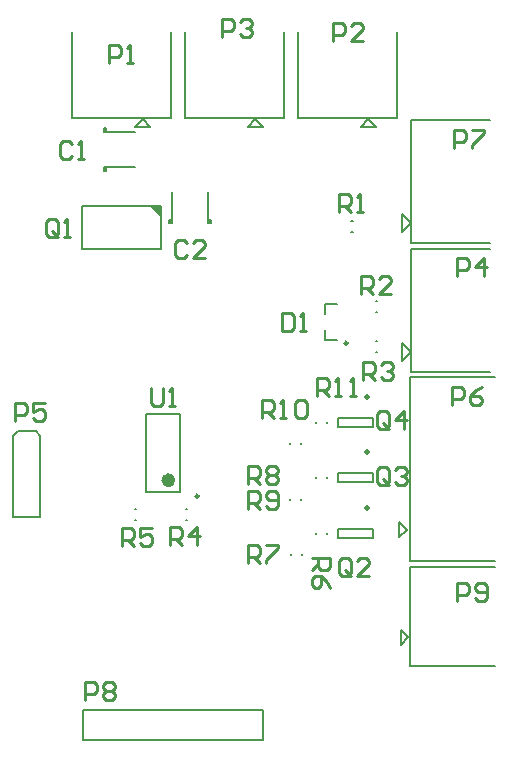
<source format=gto>
%FSLAX24Y24*%
%MOIN*%
G70*
G01*
G75*
G04 Layer_Color=65535*
%ADD10R,0.0433X0.0433*%
G04:AMPARAMS|DCode=11|XSize=23.6mil|YSize=39.4mil|CornerRadius=3mil|HoleSize=0mil|Usage=FLASHONLY|Rotation=180.000|XOffset=0mil|YOffset=0mil|HoleType=Round|Shape=RoundedRectangle|*
%AMROUNDEDRECTD11*
21,1,0.0236,0.0335,0,0,180.0*
21,1,0.0177,0.0394,0,0,180.0*
1,1,0.0059,-0.0089,0.0167*
1,1,0.0059,0.0089,0.0167*
1,1,0.0059,0.0089,-0.0167*
1,1,0.0059,-0.0089,-0.0167*
%
%ADD11ROUNDEDRECTD11*%
%ADD12R,0.0433X0.0433*%
%ADD13R,0.0295X0.0236*%
%ADD14O,0.0827X0.0138*%
G04:AMPARAMS|DCode=15|XSize=90.6mil|YSize=70.9mil|CornerRadius=8.9mil|HoleSize=0mil|Usage=FLASHONLY|Rotation=90.000|XOffset=0mil|YOffset=0mil|HoleType=Round|Shape=RoundedRectangle|*
%AMROUNDEDRECTD15*
21,1,0.0906,0.0532,0,0,90.0*
21,1,0.0728,0.0709,0,0,90.0*
1,1,0.0177,0.0266,0.0364*
1,1,0.0177,0.0266,-0.0364*
1,1,0.0177,-0.0266,-0.0364*
1,1,0.0177,-0.0266,0.0364*
%
%ADD15ROUNDEDRECTD15*%
G04:AMPARAMS|DCode=16|XSize=90.6mil|YSize=70.9mil|CornerRadius=8.9mil|HoleSize=0mil|Usage=FLASHONLY|Rotation=180.000|XOffset=0mil|YOffset=0mil|HoleType=Round|Shape=RoundedRectangle|*
%AMROUNDEDRECTD16*
21,1,0.0906,0.0532,0,0,180.0*
21,1,0.0728,0.0709,0,0,180.0*
1,1,0.0177,-0.0364,0.0266*
1,1,0.0177,0.0364,0.0266*
1,1,0.0177,0.0364,-0.0266*
1,1,0.0177,-0.0364,-0.0266*
%
%ADD16ROUNDEDRECTD16*%
G04:AMPARAMS|DCode=17|XSize=137.8mil|YSize=68.9mil|CornerRadius=8.6mil|HoleSize=0mil|Usage=FLASHONLY|Rotation=180.000|XOffset=0mil|YOffset=0mil|HoleType=Round|Shape=RoundedRectangle|*
%AMROUNDEDRECTD17*
21,1,0.1378,0.0517,0,0,180.0*
21,1,0.1206,0.0689,0,0,180.0*
1,1,0.0172,-0.0603,0.0258*
1,1,0.0172,0.0603,0.0258*
1,1,0.0172,0.0603,-0.0258*
1,1,0.0172,-0.0603,-0.0258*
%
%ADD17ROUNDEDRECTD17*%
G04:AMPARAMS|DCode=18|XSize=43.3mil|YSize=68.9mil|CornerRadius=5.4mil|HoleSize=0mil|Usage=FLASHONLY|Rotation=180.000|XOffset=0mil|YOffset=0mil|HoleType=Round|Shape=RoundedRectangle|*
%AMROUNDEDRECTD18*
21,1,0.0433,0.0581,0,0,180.0*
21,1,0.0325,0.0689,0,0,180.0*
1,1,0.0108,-0.0162,0.0290*
1,1,0.0108,0.0162,0.0290*
1,1,0.0108,0.0162,-0.0290*
1,1,0.0108,-0.0162,-0.0290*
%
%ADD18ROUNDEDRECTD18*%
G04:AMPARAMS|DCode=19|XSize=43.3mil|YSize=68.9mil|CornerRadius=5.4mil|HoleSize=0mil|Usage=FLASHONLY|Rotation=180.000|XOffset=0mil|YOffset=0mil|HoleType=Round|Shape=RoundedRectangle|*
%AMROUNDEDRECTD19*
21,1,0.0433,0.0581,0,0,180.0*
21,1,0.0325,0.0689,0,0,180.0*
1,1,0.0108,-0.0162,0.0290*
1,1,0.0108,0.0162,0.0290*
1,1,0.0108,0.0162,-0.0290*
1,1,0.0108,-0.0162,-0.0290*
%
%ADD19ROUNDEDRECTD19*%
%ADD20C,0.0079*%
%ADD21C,0.0433*%
%ADD22C,0.0138*%
%ADD23C,0.1000*%
G04:AMPARAMS|DCode=24|XSize=100mil|YSize=100mil|CornerRadius=25mil|HoleSize=0mil|Usage=FLASHONLY|Rotation=90.000|XOffset=0mil|YOffset=0mil|HoleType=Round|Shape=RoundedRectangle|*
%AMROUNDEDRECTD24*
21,1,0.1000,0.0500,0,0,90.0*
21,1,0.0500,0.1000,0,0,90.0*
1,1,0.0500,0.0250,0.0250*
1,1,0.0500,0.0250,-0.0250*
1,1,0.0500,-0.0250,-0.0250*
1,1,0.0500,-0.0250,0.0250*
%
%ADD24ROUNDEDRECTD24*%
%ADD25C,0.2520*%
%ADD26R,0.0787X0.0591*%
%ADD27O,0.0787X0.0591*%
%ADD28R,0.0591X0.0591*%
%ADD29C,0.0591*%
G04:AMPARAMS|DCode=30|XSize=100mil|YSize=100mil|CornerRadius=25mil|HoleSize=0mil|Usage=FLASHONLY|Rotation=0.000|XOffset=0mil|YOffset=0mil|HoleType=Round|Shape=RoundedRectangle|*
%AMROUNDEDRECTD30*
21,1,0.1000,0.0500,0,0,0.0*
21,1,0.0500,0.1000,0,0,0.0*
1,1,0.0500,0.0250,-0.0250*
1,1,0.0500,-0.0250,-0.0250*
1,1,0.0500,-0.0250,0.0250*
1,1,0.0500,0.0250,0.0250*
%
%ADD30ROUNDEDRECTD30*%
%ADD31C,0.0276*%
%ADD32R,0.0571X0.0453*%
%ADD33R,0.0610X0.0532*%
%ADD34C,0.0098*%
%ADD35C,0.0236*%
%ADD36C,0.0050*%
%ADD37C,0.0059*%
%ADD38C,0.0100*%
%ADD39C,0.0197*%
G36*
X6319Y18366D02*
X5925Y18760D01*
X6319D01*
Y18366D01*
D02*
G37*
D20*
X11476Y9665D02*
Y9705D01*
X11831Y9665D02*
Y9705D01*
X10965Y8957D02*
Y8996D01*
X10610Y8957D02*
Y8996D01*
X11476Y11516D02*
Y11555D01*
X11831Y11516D02*
Y11555D01*
X10965Y10807D02*
Y10846D01*
X10610Y10807D02*
Y10846D01*
X11476Y7815D02*
Y7854D01*
X11831Y7815D02*
Y7854D01*
X11004Y7116D02*
Y7156D01*
X10650Y7116D02*
Y7156D01*
X13484Y15217D02*
X13524D01*
X13484Y15571D02*
X13524D01*
X13484Y14232D02*
X13524D01*
X13484Y13878D02*
X13524D01*
X11772Y15157D02*
Y15472D01*
X12165D01*
X11772Y14291D02*
Y14606D01*
Y14291D02*
X12165D01*
X12657Y17894D02*
X12697D01*
X12657Y18248D02*
X12697D01*
X5807Y11811D02*
X6949D01*
X5807Y9213D02*
X6949D01*
X5807D02*
Y11811D01*
X6949Y9213D02*
Y11811D01*
X5453Y8642D02*
X5492D01*
X5453Y8287D02*
X5492D01*
X7146Y8642D02*
X7185D01*
X7146Y8287D02*
X7185D01*
X2293Y10203D02*
Y11092D01*
X2138Y11248D02*
X2293Y11092D01*
X1553Y11248D02*
X2138D01*
X1388Y8366D02*
X2293D01*
X1388Y11083D02*
X1553Y11248D01*
X1388Y8366D02*
Y11083D01*
X2293Y8366D02*
Y10203D01*
X3713Y957D02*
Y1957D01*
X9713Y957D02*
Y1957D01*
X3713Y957D02*
X9713D01*
X3713Y1957D02*
X9713D01*
X3681Y18760D02*
X6319D01*
X3681Y17303D02*
Y18760D01*
Y17303D02*
X6319D01*
Y18760D01*
D34*
X12530Y14173D02*
G03*
X12530Y14173I-49J0D01*
G01*
X7569Y9075D02*
G03*
X7569Y9075I-49J0D01*
G01*
D35*
X6673Y9606D02*
G03*
X6673Y9606I-118J0D01*
G01*
D36*
X13366Y11385D02*
Y11685D01*
X12224Y11385D02*
X13366D01*
X12224D02*
Y11685D01*
X13366D01*
Y9555D02*
Y9855D01*
X12224Y9555D02*
X13366D01*
X12224D02*
Y9855D01*
X13366D01*
Y7685D02*
Y7985D01*
X12224Y7685D02*
X13366D01*
X12224D02*
Y7985D01*
X13366D01*
X4409Y20039D02*
X5433D01*
X4409Y19921D02*
Y20039D01*
Y21221D02*
Y21339D01*
Y21221D02*
X5433D01*
X4449D02*
Y21339D01*
X4488Y21221D02*
Y21339D01*
X4409D02*
X4488D01*
X4409Y19921D02*
X4488D01*
Y20039D01*
X4449Y19921D02*
Y20039D01*
X7874Y18189D02*
Y19213D01*
Y18189D02*
X7992D01*
X6575D02*
X6693D01*
Y19213D01*
X6575Y18228D02*
X6693D01*
X6575Y18268D02*
X6693D01*
X6575Y18189D02*
Y18268D01*
X7992Y18189D02*
Y18268D01*
X7874D02*
X7992D01*
X7874Y18228D02*
X7992D01*
D37*
X5700Y21633D02*
X5950Y21383D01*
X5450D02*
X5950D01*
X5450D02*
X5700Y21633D01*
X3350Y21683D02*
X6650D01*
X3350D02*
Y24533D01*
X6650Y21683D02*
Y24533D01*
X9460Y21633D02*
X9710Y21383D01*
X9210D02*
X9710D01*
X9210D02*
X9460Y21633D01*
X7110Y21683D02*
X10410D01*
X7110D02*
Y24533D01*
X10410Y21683D02*
Y24533D01*
X13220Y21633D02*
X13470Y21383D01*
X12970D02*
X13470D01*
X12970D02*
X13220Y21633D01*
X10870Y21683D02*
X14170D01*
X10870D02*
Y24533D01*
X14170Y21683D02*
Y24533D01*
X14247Y7700D02*
Y8200D01*
Y7700D02*
X14497Y7950D01*
X14247Y8200D02*
X14497Y7950D01*
X14597Y6900D02*
X17447D01*
X14597D02*
Y13050D01*
X17447D01*
X14336Y18467D02*
X14636Y18167D01*
X14336Y17867D02*
Y18467D01*
Y17867D02*
X14636Y18167D01*
Y17517D02*
X17286D01*
X14636D02*
Y21617D01*
X17286D01*
X14336Y14176D02*
X14636Y13876D01*
X14336Y13576D02*
Y14176D01*
Y13576D02*
X14636Y13876D01*
Y13226D02*
X17286D01*
X14636D02*
Y17326D01*
X17286D01*
X14297Y4129D02*
X14547Y4379D01*
X14297Y4129D02*
Y4629D01*
X14547Y4379D01*
X14597Y3429D02*
Y6729D01*
X17447D01*
X14597Y3429D02*
X17447D01*
D38*
X9213Y9488D02*
Y10088D01*
X9513D01*
X9612Y9988D01*
Y9788D01*
X9513Y9688D01*
X9213D01*
X9413D02*
X9612Y9488D01*
X9812Y9988D02*
X9912Y10088D01*
X10112D01*
X10212Y9988D01*
Y9888D01*
X10112Y9788D01*
X10212Y9688D01*
Y9588D01*
X10112Y9488D01*
X9912D01*
X9812Y9588D01*
Y9688D01*
X9912Y9788D01*
X9812Y9888D01*
Y9988D01*
X9912Y9788D02*
X10112D01*
X9213Y8661D02*
Y9261D01*
X9513D01*
X9612Y9161D01*
Y8961D01*
X9513Y8861D01*
X9213D01*
X9413D02*
X9612Y8661D01*
X9812Y8761D02*
X9912Y8661D01*
X10112D01*
X10212Y8761D01*
Y9161D01*
X10112Y9261D01*
X9912D01*
X9812Y9161D01*
Y9061D01*
X9912Y8961D01*
X10212D01*
X11496Y12402D02*
Y13001D01*
X11796D01*
X11896Y12901D01*
Y12701D01*
X11796Y12602D01*
X11496D01*
X11696D02*
X11896Y12402D01*
X12096D02*
X12296D01*
X12196D01*
Y13001D01*
X12096Y12901D01*
X12596Y12402D02*
X12796D01*
X12696D01*
Y13001D01*
X12596Y12901D01*
X9685Y11693D02*
Y12293D01*
X9985D01*
X10085Y12193D01*
Y11993D01*
X9985Y11893D01*
X9685D01*
X9885D02*
X10085Y11693D01*
X10285D02*
X10485D01*
X10385D01*
Y12293D01*
X10285Y12193D01*
X10785D02*
X10885Y12293D01*
X11085D01*
X11185Y12193D01*
Y11793D01*
X11085Y11693D01*
X10885D01*
X10785Y11793D01*
Y12193D01*
X13904Y11399D02*
Y11799D01*
X13804Y11899D01*
X13604D01*
X13504Y11799D01*
Y11399D01*
X13604Y11299D01*
X13804D01*
X13704Y11499D02*
X13904Y11299D01*
X13804D02*
X13904Y11399D01*
X14404Y11299D02*
Y11899D01*
X14104Y11599D01*
X14504D01*
X13914Y9562D02*
Y9962D01*
X13814Y10062D01*
X13614D01*
X13514Y9962D01*
Y9562D01*
X13614Y9462D01*
X13814D01*
X13714Y9662D02*
X13914Y9462D01*
X13814D02*
X13914Y9562D01*
X14114Y9962D02*
X14213Y10062D01*
X14413D01*
X14513Y9962D01*
Y9862D01*
X14413Y9762D01*
X14313D01*
X14413D01*
X14513Y9662D01*
Y9562D01*
X14413Y9462D01*
X14213D01*
X14114Y9562D01*
X11339Y7008D02*
X11938D01*
Y6708D01*
X11838Y6608D01*
X11638D01*
X11539Y6708D01*
Y7008D01*
Y6808D02*
X11339Y6608D01*
X11938Y6008D02*
X11838Y6208D01*
X11638Y6408D01*
X11439D01*
X11339Y6308D01*
Y6108D01*
X11439Y6008D01*
X11539D01*
X11638Y6108D01*
Y6408D01*
X9213Y6850D02*
Y7450D01*
X9513D01*
X9612Y7350D01*
Y7150D01*
X9513Y7050D01*
X9213D01*
X9413D02*
X9612Y6850D01*
X9812Y7450D02*
X10212D01*
Y7350D01*
X9812Y6950D01*
Y6850D01*
X12644Y6517D02*
Y6917D01*
X12544Y7017D01*
X12344D01*
X12244Y6917D01*
Y6517D01*
X12344Y6417D01*
X12544D01*
X12444Y6617D02*
X12644Y6417D01*
X12544D02*
X12644Y6517D01*
X13244Y6417D02*
X12844D01*
X13244Y6817D01*
Y6917D01*
X13144Y7017D01*
X12944D01*
X12844Y6917D01*
X12992Y15827D02*
Y16427D01*
X13292D01*
X13392Y16327D01*
Y16127D01*
X13292Y16027D01*
X12992D01*
X13192D02*
X13392Y15827D01*
X13992D02*
X13592D01*
X13992Y16227D01*
Y16327D01*
X13892Y16427D01*
X13692D01*
X13592Y16327D01*
X13032Y12953D02*
Y13553D01*
X13331D01*
X13431Y13453D01*
Y13253D01*
X13331Y13153D01*
X13032D01*
X13231D02*
X13431Y12953D01*
X13631Y13453D02*
X13731Y13553D01*
X13931D01*
X14031Y13453D01*
Y13353D01*
X13931Y13253D01*
X13831D01*
X13931D01*
X14031Y13153D01*
Y13053D01*
X13931Y12953D01*
X13731D01*
X13631Y13053D01*
X10354Y15167D02*
Y14567D01*
X10654D01*
X10754Y14667D01*
Y15067D01*
X10654Y15167D01*
X10354D01*
X10954Y14567D02*
X11154D01*
X11054D01*
Y15167D01*
X10954Y15067D01*
X12244Y18543D02*
Y19143D01*
X12544D01*
X12644Y19043D01*
Y18843D01*
X12544Y18743D01*
X12244D01*
X12444D02*
X12644Y18543D01*
X12844D02*
X13044D01*
X12944D01*
Y19143D01*
X12844Y19043D01*
X4567Y23504D02*
Y24104D01*
X4867D01*
X4967Y24004D01*
Y23804D01*
X4867Y23704D01*
X4567D01*
X5167Y23504D02*
X5367D01*
X5267D01*
Y24104D01*
X5167Y24004D01*
X5984Y12686D02*
Y12187D01*
X6084Y12087D01*
X6284D01*
X6384Y12187D01*
Y12686D01*
X6584Y12087D02*
X6784D01*
X6684D01*
Y12686D01*
X6584Y12586D01*
X5000Y7402D02*
Y8001D01*
X5300D01*
X5400Y7901D01*
Y7701D01*
X5300Y7602D01*
X5000D01*
X5200D02*
X5400Y7402D01*
X6000Y8001D02*
X5600D01*
Y7701D01*
X5800Y7801D01*
X5900D01*
X6000Y7701D01*
Y7502D01*
X5900Y7402D01*
X5700D01*
X5600Y7502D01*
X6614Y7441D02*
Y8041D01*
X6914D01*
X7014Y7941D01*
Y7741D01*
X6914Y7641D01*
X6614D01*
X6814D02*
X7014Y7441D01*
X7514D02*
Y8041D01*
X7214Y7741D01*
X7614D01*
X8346Y24370D02*
Y24970D01*
X8646D01*
X8746Y24870D01*
Y24670D01*
X8646Y24570D01*
X8346D01*
X8946Y24870D02*
X9046Y24970D01*
X9246D01*
X9346Y24870D01*
Y24770D01*
X9246Y24670D01*
X9146D01*
X9246D01*
X9346Y24570D01*
Y24470D01*
X9246Y24370D01*
X9046D01*
X8946Y24470D01*
X12047Y24252D02*
Y24852D01*
X12347D01*
X12447Y24752D01*
Y24552D01*
X12347Y24452D01*
X12047D01*
X13047Y24252D02*
X12647D01*
X13047Y24652D01*
Y24752D01*
X12947Y24852D01*
X12747D01*
X12647Y24752D01*
X2880Y17816D02*
Y18216D01*
X2780Y18316D01*
X2580D01*
X2480Y18216D01*
Y17816D01*
X2580Y17717D01*
X2780D01*
X2680Y17916D02*
X2880Y17717D01*
X2780D02*
X2880Y17816D01*
X3080Y17717D02*
X3280D01*
X3180D01*
Y18316D01*
X3080Y18216D01*
X16181Y5591D02*
Y6190D01*
X16481D01*
X16581Y6090D01*
Y5890D01*
X16481Y5790D01*
X16181D01*
X16781Y5691D02*
X16881Y5591D01*
X17081D01*
X17181Y5691D01*
Y6090D01*
X17081Y6190D01*
X16881D01*
X16781Y6090D01*
Y5990D01*
X16881Y5890D01*
X17181D01*
X3771Y2291D02*
Y2891D01*
X4071D01*
X4171Y2791D01*
Y2591D01*
X4071Y2491D01*
X3771D01*
X4371Y2791D02*
X4471Y2891D01*
X4671D01*
X4771Y2791D01*
Y2691D01*
X4671Y2591D01*
X4771Y2491D01*
Y2391D01*
X4671Y2291D01*
X4471D01*
X4371Y2391D01*
Y2491D01*
X4471Y2591D01*
X4371Y2691D01*
Y2791D01*
X4471Y2591D02*
X4671D01*
X16063Y20669D02*
Y21269D01*
X16363D01*
X16463Y21169D01*
Y20969D01*
X16363Y20869D01*
X16063D01*
X16663Y21269D02*
X17063D01*
Y21169D01*
X16663Y20769D01*
Y20669D01*
X16024Y12126D02*
Y12726D01*
X16324D01*
X16423Y12626D01*
Y12426D01*
X16324Y12326D01*
X16024D01*
X17023Y12726D02*
X16823Y12626D01*
X16623Y12426D01*
Y12226D01*
X16723Y12126D01*
X16923D01*
X17023Y12226D01*
Y12326D01*
X16923Y12426D01*
X16623D01*
X1453Y11588D02*
Y12188D01*
X1752D01*
X1852Y12088D01*
Y11888D01*
X1752Y11788D01*
X1453D01*
X2452Y12188D02*
X2052D01*
Y11888D01*
X2252Y11988D01*
X2352D01*
X2452Y11888D01*
Y11688D01*
X2352Y11588D01*
X2152D01*
X2052Y11688D01*
X16181Y16417D02*
Y17017D01*
X16481D01*
X16581Y16917D01*
Y16717D01*
X16481Y16617D01*
X16181D01*
X17081Y16417D02*
Y17017D01*
X16781Y16717D01*
X17181D01*
X7172Y17508D02*
X7072Y17608D01*
X6872D01*
X6772Y17508D01*
Y17108D01*
X6872Y17008D01*
X7072D01*
X7172Y17108D01*
X7771Y17008D02*
X7371D01*
X7771Y17408D01*
Y17508D01*
X7671Y17608D01*
X7471D01*
X7371Y17508D01*
X3353Y20815D02*
X3253Y20915D01*
X3053D01*
X2953Y20815D01*
Y20415D01*
X3053Y20315D01*
X3253D01*
X3353Y20415D01*
X3553Y20315D02*
X3752D01*
X3653D01*
Y20915D01*
X3553Y20815D01*
D39*
X13173Y12370D02*
X13171Y12372D01*
X13169Y12370D01*
X13171Y12368D01*
X13173Y12370D01*
X13173Y10539D02*
X13171Y10541D01*
X13169Y10539D01*
X13171Y10538D01*
X13173Y10539D01*
X13173Y8669D02*
X13171Y8671D01*
X13169Y8669D01*
X13171Y8668D01*
X13173Y8669D01*
M02*

</source>
